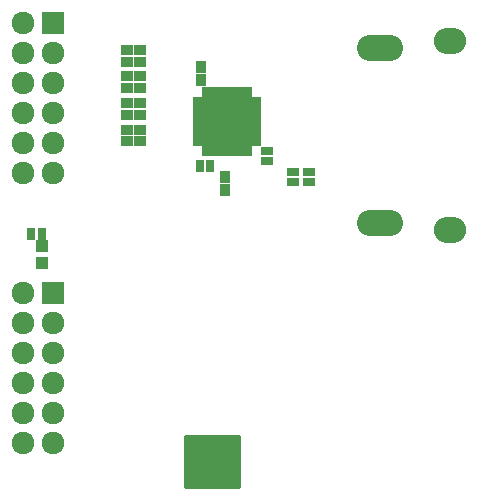
<source format=gbs>
G04 #@! TF.FileFunction,Soldermask,Bot*
%FSLAX46Y46*%
G04 Gerber Fmt 4.6, Leading zero omitted, Abs format (unit mm)*
G04 Created by KiCad (PCBNEW 4.0.6-e0-6349~53~ubuntu14.04.1) date Sat Jul 15 18:22:04 2017*
%MOMM*%
%LPD*%
G01*
G04 APERTURE LIST*
%ADD10C,0.350000*%
%ADD11O,3.900000X2.200000*%
%ADD12O,2.750000X2.200000*%
%ADD13R,0.800000X1.000000*%
%ADD14R,1.000000X0.800000*%
%ADD15R,0.650000X1.100000*%
%ADD16R,1.100000X0.650000*%
%ADD17R,2.125000X2.125000*%
%ADD18R,1.000000X0.900000*%
%ADD19R,0.900000X1.000000*%
%ADD20R,1.100000X1.000000*%
%ADD21R,1.924000X1.924000*%
%ADD22C,1.924000*%
%ADD23C,0.254000*%
G04 APERTURE END LIST*
D10*
D11*
X114436000Y-90880000D03*
X114436000Y-76080000D03*
D12*
X120396000Y-91480000D03*
X120396000Y-75480000D03*
D13*
X99176000Y-86106000D03*
X100076000Y-86106000D03*
D14*
X104902000Y-85667000D03*
X104902000Y-84767000D03*
D15*
X99764000Y-79914000D03*
X100264000Y-79914000D03*
X100764000Y-79914000D03*
X101264000Y-79914000D03*
X101764000Y-79914000D03*
X102264000Y-79914000D03*
X102764000Y-79914000D03*
X103264000Y-79914000D03*
D16*
X103914000Y-80564000D03*
X103914000Y-81064000D03*
X103914000Y-81564000D03*
X103914000Y-82064000D03*
X103914000Y-82564000D03*
X103914000Y-83064000D03*
X103914000Y-83564000D03*
X103914000Y-84064000D03*
D15*
X103264000Y-84714000D03*
X102764000Y-84714000D03*
X102264000Y-84714000D03*
X101764000Y-84714000D03*
X101264000Y-84714000D03*
X100764000Y-84714000D03*
X100264000Y-84714000D03*
X99764000Y-84714000D03*
D16*
X99114000Y-84064000D03*
X99114000Y-83564000D03*
X99114000Y-83064000D03*
X99114000Y-82564000D03*
X99114000Y-82064000D03*
X99114000Y-81564000D03*
X99114000Y-81064000D03*
X99114000Y-80564000D03*
D17*
X102376500Y-83176500D03*
X100651500Y-83176500D03*
X102376500Y-81451500D03*
X100651500Y-81451500D03*
D18*
X94100000Y-83000000D03*
X93000000Y-83000000D03*
X94100000Y-84000000D03*
X93000000Y-84000000D03*
X94100000Y-80750000D03*
X93000000Y-80750000D03*
X94100000Y-81750000D03*
X93000000Y-81750000D03*
X94107000Y-78500000D03*
X93007000Y-78500000D03*
X94100000Y-79500000D03*
X93000000Y-79500000D03*
X94107000Y-76250000D03*
X93007000Y-76250000D03*
X94100000Y-77250000D03*
X93000000Y-77250000D03*
D19*
X101346000Y-88138000D03*
X101346000Y-87038000D03*
X99314000Y-77724000D03*
X99314000Y-78824000D03*
D20*
X85826600Y-92887800D03*
X85826600Y-94287800D03*
D14*
X107061000Y-87445000D03*
X107061000Y-86545000D03*
X108458000Y-87445000D03*
X108458000Y-86545000D03*
D13*
X84926600Y-91795600D03*
X85826600Y-91795600D03*
D21*
X86750000Y-73972000D03*
D22*
X84210000Y-73972000D03*
X86750000Y-76512000D03*
X84210000Y-76512000D03*
X86750000Y-79052000D03*
X84210000Y-79052000D03*
X86750000Y-81592000D03*
X84210000Y-81592000D03*
X86750000Y-84132000D03*
X84210000Y-84132000D03*
X86750000Y-86672000D03*
X84210000Y-86672000D03*
D21*
X86750000Y-96832000D03*
D22*
X84210000Y-96832000D03*
X86750000Y-99372000D03*
X84210000Y-99372000D03*
X86750000Y-101912000D03*
X84210000Y-101912000D03*
X86750000Y-104452000D03*
X84210000Y-104452000D03*
X86750000Y-106992000D03*
X84210000Y-106992000D03*
X86750000Y-109532000D03*
X84210000Y-109532000D03*
D23*
G36*
X102552500Y-113220500D02*
X97980500Y-113220500D01*
X97980500Y-108902500D01*
X102552500Y-108902500D01*
X102552500Y-113220500D01*
X102552500Y-113220500D01*
G37*
X102552500Y-113220500D02*
X97980500Y-113220500D01*
X97980500Y-108902500D01*
X102552500Y-108902500D01*
X102552500Y-113220500D01*
M02*

</source>
